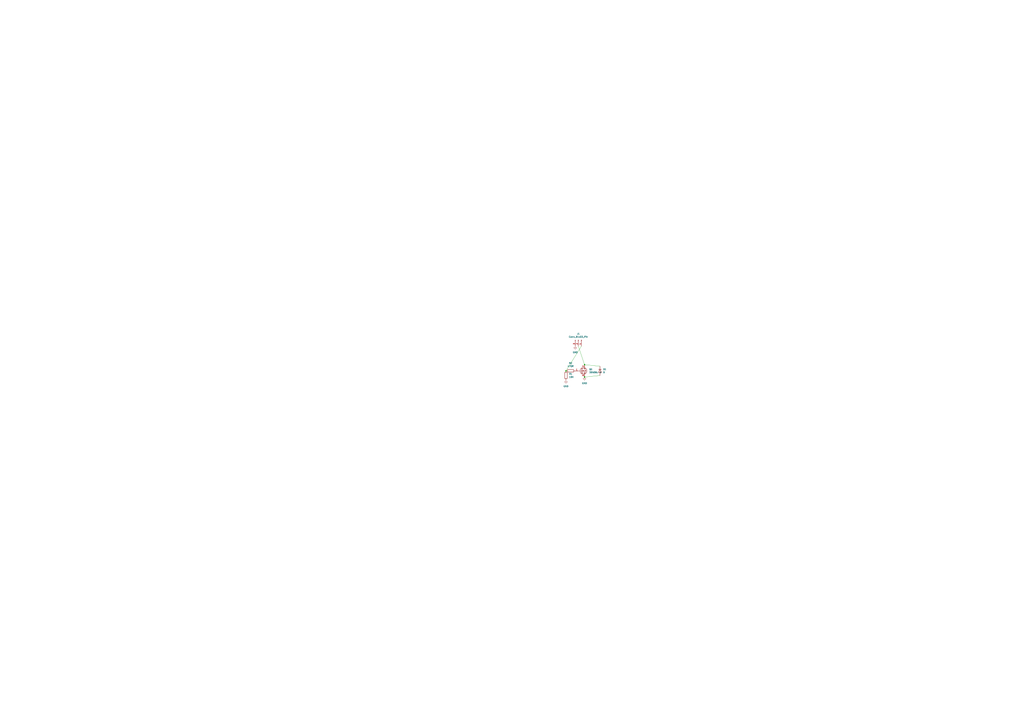
<source format=kicad_sch>
(kicad_sch (version 20231120) (generator "eeschema") (generator_version "8.0")
  (paper "A1")
  (lib_symbols
    (symbol "Connector:Conn_01x03_Pin" (pin_names (offset 1.016) hide)
      (property "Reference" "J" (at 0 5.08 0))
      (property "Value" "Conn_01x03_Pin" (at 0 -5.08 0))
      (symbol "Conn_01x03_Pin_1_1"
        (polyline (pts (xy 1.27 -2.54) (xy 0.8636 -2.54)) (stroke (width 0.1524)))
        (polyline (pts (xy 1.27 0) (xy 0.8636 0)) (stroke (width 0.1524)))
        (polyline (pts (xy 1.27 2.54) (xy 0.8636 2.54)) (stroke (width 0.1524)))
        (rectangle (start 0.8636 -2.413) (end 0 -2.667) (stroke (width 0.1524)) (fill (type outline)))
        (rectangle (start 0.8636 0.127) (end 0 -0.127) (stroke (width 0.1524)) (fill (type outline)))
        (rectangle (start 0.8636 2.667) (end 0 2.413) (stroke (width 0.1524)) (fill (type outline)))
        (pin passive line (at 5.08 2.54 180) (length 3.81) (name "Pin_1") (number "1"))
        (pin passive line (at 5.08 0 180) (length 3.81) (name "Pin_2") (number "2"))
        (pin passive line (at 5.08 -2.54 180) (length 3.81) (name "Pin_3") (number "3"))
      )
    )
    (symbol "Device:D" (pin_numbers hide) (pin_names (offset 1.016) hide)
      (property "Reference" "D" (at 0 2.54 0))
      (property "Value" "D" (at 0 -2.54 0))
      (symbol "D_0_1"
        (polyline (pts (xy -1.27 1.27) (xy -1.27 -1.27)) (stroke (width 0.254)))
        (polyline (pts (xy 1.27 0) (xy -1.27 0)))
        (polyline (pts (xy 1.27 1.27) (xy 1.27 -1.27) (xy -1.27 0) (xy 1.27 1.27)) (stroke (width 0.254)))
      )
      (symbol "D_1_1"
        (pin passive line (at -3.81 0 0) (length 2.54) (name "K") (number "1"))
        (pin passive line (at 3.81 0 180) (length 2.54) (name "A") (number "2"))
      )
    )
    (symbol "Device:R" (pin_numbers hide) (pin_names (offset 0))
      (property "Reference" "R" (at 2.032 0 90))
      (property "Value" "R" (at 0 0 90))
      (symbol "R_0_1"
        (rectangle (start -1.016 -2.54) (end 1.016 2.54) (stroke (width 0.254)))
      )
      (symbol "R_1_1"
        (pin passive line (at 0 3.81 270) (length 1.27) (name "~") (number "1"))
        (pin passive line (at 0 -3.81 90) (length 1.27) (name "~") (number "2"))
      )
    )
    (symbol "GND_1" (power) (pin_numbers hide) (pin_names (offset 0) hide)
      (property "Value" "GND" (at 0 -3.81 0))
      (symbol "GND_1_0_1"
        (polyline (pts (xy 0 0) (xy 0 -1.27) (xy 1.27 -1.27) (xy 0 -2.54) (xy -1.27 -1.27) (xy 0 -1.27)))
      )
      (symbol "GND_1_1_1"
        (pin power_in line (at 0 0 270) (length 0) (name "~") (number "1"))
      )
    )
    (symbol "GND_2" (power) (pin_numbers hide) (pin_names (offset 0) hide)
      (property "Value" "GND" (at 0 -3.81 0))
      (symbol "GND_2_0_1"
        (polyline (pts (xy 0 0) (xy 0 -1.27) (xy 1.27 -1.27) (xy 0 -2.54) (xy -1.27 -1.27) (xy 0 -1.27)))
      )
      (symbol "GND_2_1_1"
        (pin power_in line (at 0 0 270) (length 0) (name "~") (number "1"))
      )
    )
    (symbol "Transistor_FET:IPD50R380CE" (pin_names hide)
      (property "Reference" "Q" (at 5.08 1.905 0))
      (property "Value" "IPD50R380CE" (at 5.08 0 0))
      (symbol "IPD50R380CE_0_1"
        (polyline (pts (xy 0.254 0) (xy -2.54 0)))
        (polyline (pts (xy 0.254 1.905) (xy 0.254 -1.905)) (stroke (width 0.254)))
        (polyline (pts (xy 0.762 -1.27) (xy 0.762 -2.286)) (stroke (width 0.254)))
        (polyline (pts (xy 0.762 0.508) (xy 0.762 -0.508)) (stroke (width 0.254)))
        (polyline (pts (xy 0.762 2.286) (xy 0.762 1.27)) (stroke (width 0.254)))
        (polyline (pts (xy 2.54 2.54) (xy 2.54 1.778)))
        (polyline (pts (xy 2.54 -2.54) (xy 2.54 0) (xy 0.762 0)))
        (polyline (pts (xy 0.762 -1.778) (xy 3.302 -1.778) (xy 3.302 1.778) (xy 0.762 1.778)))
        (polyline (pts (xy 1.016 0) (xy 2.032 0.381) (xy 2.032 -0.381) (xy 1.016 0)) (fill (type outline)))
        (polyline (pts (xy 2.794 0.508) (xy 2.921 0.381) (xy 3.683 0.381) (xy 3.81 0.254)))
        (polyline (pts (xy 3.302 0.381) (xy 2.921 -0.254) (xy 3.683 -0.254) (xy 3.302 0.381)))
        (circle (center 1.651 0) (radius 2.794) (stroke (width 0.254)))
        (circle (center 2.54 -1.778) (radius 0.254) (fill (type outline)))
        (circle (center 2.54 1.778) (radius 0.254) (fill (type outline)))
      )
      (symbol "IPD50R380CE_1_1"
        (pin input line (at -5.08 0 0) (length 2.54) (name "G") (number "1"))
        (pin passive line (at 2.54 5.08 270) (length 2.54) (name "D") (number "2"))
        (pin passive line (at 2.54 -5.08 90) (length 2.54) (name "S") (number "3"))
      )
    )
    (symbol "power:GND" (power) (pin_names (offset 0))
      (property "Value" "GND" (at 0 -3.81 0))
      (symbol "GND_0_1"
        (polyline (pts (xy 0 0) (xy 0 -1.27) (xy 1.27 -1.27) (xy 0 -2.54) (xy -1.27 -1.27) (xy 0 -1.27)))
      )
      (symbol "GND_1_1"
        (pin power_in line (at 0 0 270) (length 0) hide (name "GND") (number "1"))
      )
    )
  )
  (junction (at 480.06 309.88))
  (junction (at 464.82 304.8))
  (junction (at 480.06 299.72))
  (wire (pts (xy 492.76 300.99) (xy 480.06 299.72)))
  (wire (pts (xy 464.82 304.8) (xy 477.52 284.48)))
  (wire (pts (xy 480.06 299.72) (xy 474.98 284.48)))
  (wire (pts (xy 480.06 309.88) (xy 492.76 308.61)))
  (symbol (lib_id "Device:D") (at 492.76 304.8 270) (unit 1)
    (property "Reference" "D1" (at 495.3 303.5299 90) (effects (justify left)))
    (property "Value" "D" (at 495.3 306.0699 90) (effects (justify left)))
    (property "Footprint" "Diode_SMD:D_SMB" (effects (hide yes)))
  )
  (symbol (lib_name "GND_2") (lib_id "power:GND") (at 472.44 284.48 0) (unit 1)
    (property "Reference" "#PWR02" (effects (hide yes)))
    (property "Value" "GND" (at 472.44 289.56 0))
    (property "Description" "Power symbol creates a global label with name \"GND\" , ground" (effects (hide yes)))
  )
  (symbol (lib_id "Connector:Conn_01x03_Pin") (at 474.98 279.4 270) (unit 1)
    (property "Reference" "J1" (at 474.98 274.32 90))
    (property "Value" "Conn_01x03_Pin" (at 474.98 276.86 90))
    (property "Footprint" "Connector_PinHeader_2.54mm:PinHeader_1x03_P2.54mm_Vertical" (effects (hide yes)))
    (property "Description" "Generic connector, single row, 01x03, script generated" (effects (hide yes)))
  )
  (symbol (lib_id "Device:R") (at 464.82 308.61 0) (unit 1)
    (property "Reference" "R1" (at 467.36 307.3399 0) (effects (justify left)))
    (property "Value" "10K" (at 467.36 309.8799 0) (effects (justify left)))
    (property "Footprint" "Resistor_SMD:R_1206_3216Metric" (effects (hide yes)))
  )
  (symbol (lib_id "Device:R") (at 468.63 304.8 90) (unit 1)
    (property "Reference" "R2" (at 468.63 298.45 90))
    (property "Value" "470R" (at 468.63 300.99 90))
    (property "Footprint" "Resistor_SMD:R_1206_3216Metric" (effects (hide yes)))
  )
  (symbol (lib_name "GND_1") (lib_id "power:GND") (at 480.06 309.88 0) (unit 1)
    (property "Reference" "#PWR03" (effects (hide yes)))
    (property "Value" "GND" (at 480.06 314.96 0))
    (property "Description" "Power symbol creates a global label with name \"GND\" , ground" (effects (hide yes)))
  )
  (symbol (lib_id "power:GND") (at 464.82 312.42 0) (unit 1)
    (property "Reference" "#PWR01" (effects (hide yes)))
    (property "Value" "GND" (at 464.82 317.5 0))
  )
  (symbol (lib_id "Transistor_FET:IPD50R380CE") (at 477.52 304.8 0) (unit 1)
    (property "Reference" "Q1" (at 483.87 303.5299 0) (effects (justify left)))
    (property "Value" "30N06L-1" (at 483.87 306.0699 0) (effects (justify left)))
    (property "Footprint" "Package_TO_SOT_SMD:TO-252-2" (effects (hide yes)))
  )
)
</source>
